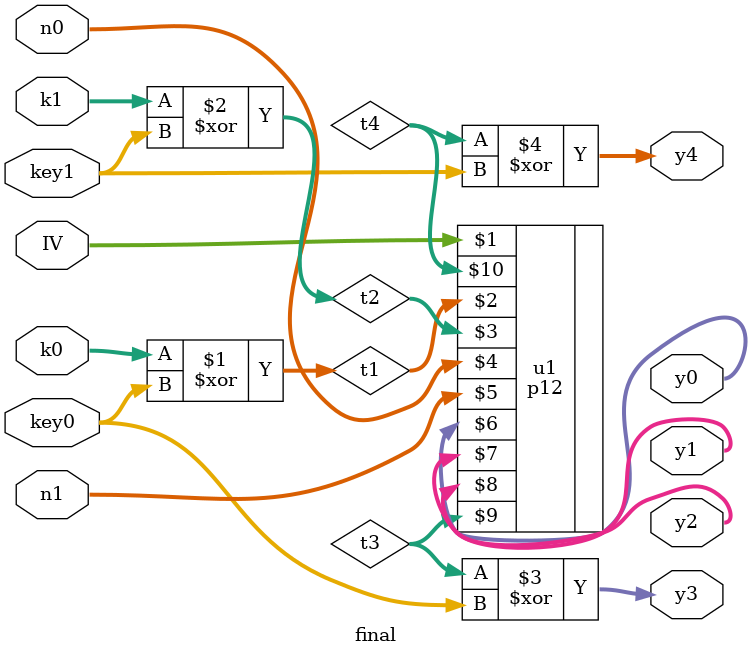
<source format=v>
module final(IV, k0, k1, n0, n1, y0, y1, y2, y3, y4, key0, key1);
	input [63:0] IV, k0, k1, n0, n1, key0, key1;
	output [63:0] y0, y1, y2, y3, y4;
	wire [63:0] t0, t1, t2, t3, t4;
	assign t1 = k0^key0;
	assign t2 = k1^key1;
	p12 u1(IV, t1, t2, n0, n1, y0, y1, y2, t3, t4);
	assign y3 = t3^key0;
	assign y4 = t4^key1;
endmodule


</source>
